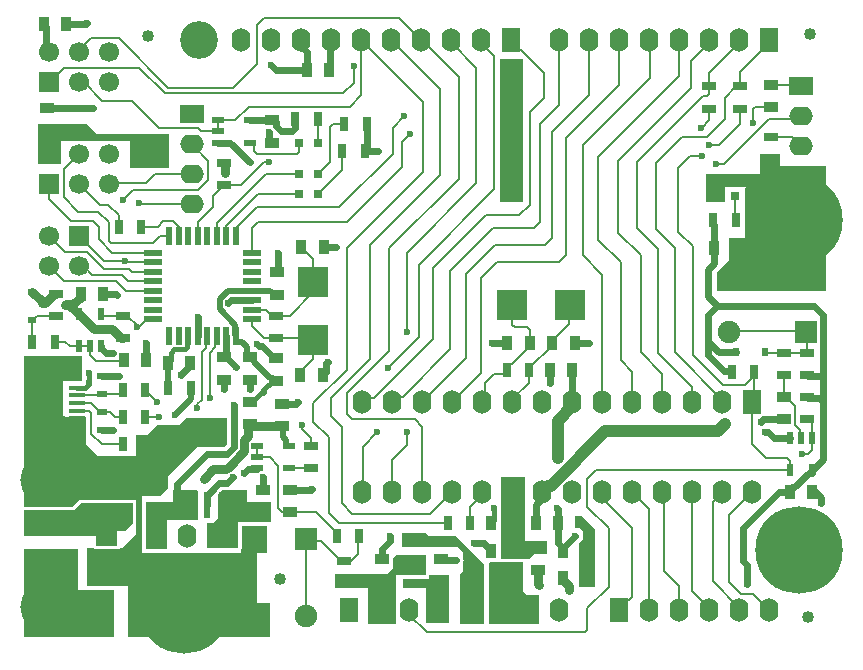
<source format=gtl>
G04*
G04 #@! TF.GenerationSoftware,Altium Limited,Altium Designer,20.0.7 (75)*
G04*
G04 Layer_Physical_Order=1*
G04 Layer_Color=255*
%FSLAX44Y44*%
%MOMM*%
G71*
G01*
G75*
%ADD10C,0.2000*%
%ADD11C,0.5000*%
%ADD12C,0.4000*%
%ADD17R,0.9000X0.6000*%
%ADD18R,1.3000X0.7000*%
%ADD19R,0.7000X1.3000*%
%ADD20R,0.8000X0.8000*%
%ADD21R,1.0000X0.5500*%
%ADD22R,0.5500X1.0000*%
%ADD23R,2.6000X2.5000*%
%ADD24R,2.5000X2.6000*%
%ADD25R,0.6858X0.5588*%
%ADD26R,0.5588X0.6858*%
%ADD27R,1.3000X0.9000*%
%ADD28R,0.9000X1.3000*%
%ADD29R,1.3500X0.4000*%
%ADD30R,1.4000X1.6000*%
%ADD31R,1.9000X1.9000*%
%ADD32R,0.6000X2.2000*%
%ADD33R,3.5000X2.2000*%
%ADD34R,1.6000X3.0000*%
%ADD35R,2.7000X2.0000*%
%ADD36R,1.5500X0.5500*%
%ADD37R,0.5500X1.5500*%
%ADD65C,1.9000*%
%ADD66R,1.9000X1.9000*%
%ADD73C,1.0160*%
%ADD74C,0.6000*%
%ADD75C,0.8000*%
%ADD76C,1.0000*%
%ADD77O,1.6000X2.0000*%
%ADD78R,1.6000X2.0000*%
%ADD79C,4.0000*%
%ADD80C,1.7000*%
%ADD81R,1.7000X1.7000*%
%ADD82C,3.2000*%
%ADD83C,7.4000*%
%ADD84O,2.0000X1.6000*%
%ADD85R,2.0000X1.6000*%
G04:AMPARAMS|DCode=86|XSize=2mm|YSize=1.2mm|CornerRadius=0.36mm|HoleSize=0mm|Usage=FLASHONLY|Rotation=0.000|XOffset=0mm|YOffset=0mm|HoleType=Round|Shape=RoundedRectangle|*
%AMROUNDEDRECTD86*
21,1,2.0000,0.4800,0,0,0.0*
21,1,1.2800,1.2000,0,0,0.0*
1,1,0.7200,0.6400,-0.2400*
1,1,0.7200,-0.6400,-0.2400*
1,1,0.7200,-0.6400,0.2400*
1,1,0.7200,0.6400,0.2400*
%
%ADD86ROUNDEDRECTD86*%
%ADD87C,0.6000*%
G36*
X65000Y429000D02*
X127000Y429000D01*
X127000Y400000D01*
X94000Y400000D01*
Y423000D01*
X76802D01*
X76200Y423079D01*
X75598Y423000D01*
X51402Y423000D01*
X50800Y423079D01*
X50198Y423000D01*
X35000D01*
Y403000D01*
X16000D01*
Y437000D01*
X57000D01*
X65000Y429000D01*
D02*
G37*
G36*
X644000Y402000D02*
X683000D01*
Y296000D01*
X591060Y296000D01*
Y312060D01*
X601000Y322000D01*
X601000Y341000D01*
X614000D01*
Y383000D01*
X615000Y384000D01*
X597000D01*
Y371000D01*
X581898D01*
X581000Y371898D01*
X581000Y395000D01*
X627000Y395000D01*
Y412000D01*
X644000D01*
Y402000D01*
D02*
G37*
G36*
X426000Y371000D02*
X407000D01*
Y492000D01*
X426000D01*
Y371000D01*
D02*
G37*
G36*
X53000Y241000D02*
X53000Y226591D01*
X52882Y226000D01*
X53000Y225409D01*
Y220000D01*
X37000Y220000D01*
X37000Y190000D01*
X38995D01*
Y189500D01*
X56000D01*
Y166255D01*
X66255Y156000D01*
X99000Y156000D01*
Y174000D01*
X108660D01*
X116660Y182000D01*
X135000D01*
X141000Y188000D01*
X175882D01*
Y175856D01*
X175848Y175804D01*
X175382Y173463D01*
Y166463D01*
X173037Y164118D01*
X159000D01*
X158409Y164000D01*
X151000D01*
X126000Y139000D01*
X126000Y129000D01*
X119000Y122000D01*
X104000Y122000D01*
Y117295D01*
X103941Y117000D01*
X103941Y77000D01*
X104000Y76704D01*
Y74000D01*
X106705D01*
X107000Y73941D01*
X125000D01*
X125295Y74000D01*
X188000Y74000D01*
Y77705D01*
X188059Y78000D01*
Y96941D01*
X210000Y96941D01*
Y74000D01*
X201000D01*
Y32000D01*
X212000D01*
Y3000D01*
X92000D01*
X92000Y46000D01*
X80295D01*
X80000Y46059D01*
X57000D01*
X57000Y78000D01*
X62728D01*
X62837Y77837D01*
X63000Y77728D01*
Y77500D01*
X63342D01*
X63829Y77174D01*
X65000Y76941D01*
X83000D01*
X84171Y77174D01*
X84658Y77500D01*
X85000D01*
Y77728D01*
X85163Y77837D01*
X85272Y78000D01*
X87000D01*
X99000Y90000D01*
X99000Y98705D01*
X99059Y99000D01*
X99059Y99000D01*
Y116000D01*
X99000Y116295D01*
Y119000D01*
X96296Y119000D01*
X96000Y119059D01*
X52000D01*
X52000Y119059D01*
X51703Y119000D01*
X51000D01*
X50819Y118819D01*
X49837Y118163D01*
X49837Y118163D01*
X44733Y113059D01*
X4000D01*
X4000Y114329D01*
X4000Y241000D01*
X53000Y241000D01*
D02*
G37*
G36*
X96000Y99000D02*
X90000Y93000D01*
X83000D01*
Y80000D01*
X65000D01*
Y88000D01*
X4000D01*
Y110000D01*
X46000D01*
X52000Y116000D01*
X96000D01*
Y99000D01*
D02*
G37*
G36*
X193000Y127000D02*
Y117000D01*
X213000D01*
Y100000D01*
X185000Y100000D01*
Y78000D01*
X159000Y78000D01*
Y99000D01*
X164000D01*
X168000Y103000D01*
Y123349D01*
X168026Y123374D01*
X168773Y124493D01*
X171199Y126918D01*
X176035D01*
X176449Y127000D01*
X187000Y127001D01*
X193000Y127000D01*
D02*
G37*
G36*
X151000Y126102D02*
Y102000D01*
X125000D01*
X125000Y77000D01*
X107000D01*
X107000Y117000D01*
X130000D01*
Y127000D01*
X150102Y127000D01*
X151000Y126102D01*
D02*
G37*
G36*
X428000Y91000D02*
Y84000D01*
X447000D01*
Y73898D01*
X446102Y73000D01*
X436000Y73000D01*
X432000Y69000D01*
X426296Y69000D01*
X426000Y69059D01*
X421295Y69059D01*
X421000Y69117D01*
X420705Y69059D01*
X413295Y69059D01*
X413000Y69117D01*
X412705Y69059D01*
X408000Y69059D01*
Y111409D01*
X408117Y112000D01*
X408000Y112591D01*
Y138000D01*
X428000D01*
Y91000D01*
D02*
G37*
G36*
X487000Y94000D02*
Y45898D01*
X486102Y45000D01*
X474000Y45000D01*
X474000Y80809D01*
X474000Y82000D01*
Y82000D01*
X474000Y82000D01*
X477000Y85000D01*
Y93000D01*
X475000Y95000D01*
X474000D01*
X470898Y95000D01*
X470000Y95898D01*
X470000Y105000D01*
X476000Y105000D01*
X487000Y94000D01*
D02*
G37*
G36*
X364000Y15000D02*
X344000D01*
Y44000D01*
X325000D01*
Y52000D01*
X347000D01*
Y55000D01*
X364000D01*
Y15000D01*
D02*
G37*
G36*
X426000Y66000D02*
X426000Y42000D01*
X430000Y38000D01*
X440000Y38000D01*
X440000Y14898D01*
X439102Y14000D01*
X398000D01*
X398000Y65102D01*
X398898Y66000D01*
X426000Y66000D01*
D02*
G37*
G36*
X347000Y88000D02*
X370000Y88000D01*
X393000Y65000D01*
Y14000D01*
X373000D01*
Y56000D01*
X376000Y59000D01*
Y67409D01*
X376118Y68000D01*
X376000Y68591D01*
Y74000D01*
X371000Y79000D01*
X324000D01*
Y91000D01*
X344000D01*
X347000Y88000D01*
D02*
G37*
G36*
X344000Y55296D02*
X343953Y55059D01*
X325000D01*
X324705Y55000D01*
X319000D01*
Y14000D01*
X295000D01*
Y15000D01*
Y44000D01*
X267000D01*
Y56000D01*
X311000D01*
X316000Y61000D01*
X316500D01*
Y69500D01*
X319000Y72000D01*
X344000D01*
Y55296D01*
D02*
G37*
G36*
X50000Y43000D02*
X80000D01*
Y3000D01*
X4000D01*
Y77000D01*
X50000D01*
Y43000D01*
D02*
G37*
D10*
X570000Y242000D02*
X596000Y216000D01*
X558000Y346000D02*
X570000Y334000D01*
Y242000D02*
Y334000D01*
X666000Y262000D02*
X667000Y261000D01*
X601000Y262000D02*
X666000D01*
X671500Y161500D02*
Y185000D01*
X667988Y157988D02*
X671500Y161500D01*
X669500Y187000D02*
X671500Y185000D01*
X662686Y157988D02*
X667988D01*
X667000Y187000D02*
X669500D01*
X601000Y106000D02*
X620650Y125650D01*
Y125730D01*
X431500Y217980D02*
Y232000D01*
X451000Y250000D02*
Y254000D01*
X465257Y282757D02*
X466500Y284000D01*
X465257Y268257D02*
Y282757D01*
X249000Y238000D02*
Y254500D01*
Y295000D02*
Y303500D01*
Y322500D01*
X229000Y275000D02*
X249000Y295000D01*
X238000Y227000D02*
X249000Y238000D01*
X247500Y256000D02*
X249000Y254500D01*
X217000Y256000D02*
X247500D01*
X207000D02*
X217000D01*
X454000Y257000D02*
X465257Y268257D01*
X419257Y265000D02*
X430000D01*
X417500Y266757D02*
X419257Y265000D01*
X417500Y266757D02*
Y284000D01*
X430000Y265000D02*
X432000Y263000D01*
X647000Y243500D02*
X667000D01*
X444000Y459000D02*
Y480560D01*
X416560Y506000D02*
X423060Y499500D01*
X425060D02*
X444000Y480560D01*
X181000Y468000D02*
X201000Y488000D01*
X168500Y431000D02*
Y440500D01*
X621000Y449743D02*
X622757Y451500D01*
X649000Y206000D02*
X657000Y198000D01*
X647000Y206000D02*
X649000D01*
X657000Y182050D02*
Y198000D01*
X197000Y266000D02*
X207000Y256000D01*
X197000Y266000D02*
Y272000D01*
X219000Y112000D02*
X222500Y108500D01*
X251000D01*
X219000Y112000D02*
Y148000D01*
X243000Y21000D02*
Y86000D01*
X255243Y84257D02*
X270000Y69500D01*
Y69500D02*
Y69500D01*
X244743Y84257D02*
X255243D01*
X270000Y69500D02*
X272000Y67500D01*
X243000Y86000D02*
X244743Y84257D01*
X287000Y73330D02*
Y87500D01*
X272000Y67500D02*
X281171D01*
X287000Y73330D01*
Y87500D02*
X287500Y88000D01*
X70000Y208500D02*
X85500D01*
X87500Y210500D01*
Y212000D01*
X48745Y207500D02*
X48745Y207500D01*
X69000D01*
X70000Y208500D01*
X69550Y166000D02*
X87500D01*
X61000Y174550D02*
Y192743D01*
X59243Y194500D02*
X61000Y192743D01*
X48745Y194500D02*
X59243D01*
X61000Y174550D02*
X69550Y166000D01*
X423060Y499500D02*
X425060D01*
X432000Y447000D02*
X444000Y459000D01*
X432000Y369000D02*
Y447000D01*
X416560Y506000D02*
Y508000D01*
X409257Y225757D02*
X412500Y229000D01*
X432000Y252000D02*
Y263000D01*
X394079Y218079D02*
X401757Y225757D01*
X392050Y201930D02*
X394079Y203959D01*
X401757Y225757D02*
X409257D01*
X429000Y249000D02*
X432000Y252000D01*
X412500Y232000D02*
X414500Y234000D01*
X417500D02*
X429000Y245500D01*
X412500Y229000D02*
Y232000D01*
X414500Y234000D02*
X417500D01*
X429000Y245500D02*
Y249000D01*
X394079Y203959D02*
Y218079D01*
X451000Y254000D02*
X454000Y257000D01*
X454000D01*
X435000Y234000D02*
X448000Y247000D01*
X448000D02*
X451000Y250000D01*
X448000Y247000D02*
X448000D01*
X431500Y232000D02*
X433500Y234000D01*
X435000D01*
X417450Y203930D02*
X431500Y217980D01*
X417450Y201930D02*
Y203930D01*
X328000Y165028D02*
Y176000D01*
X315850Y152878D02*
X328000Y165028D01*
X264000Y190000D02*
Y205000D01*
X297000Y238000D01*
X264000Y190000D02*
X273000Y181000D01*
X249000Y185000D02*
Y201050D01*
X277000Y229050D01*
X262000Y108000D02*
Y172000D01*
X249000Y185000D02*
X262000Y172000D01*
X273000Y116000D02*
Y181000D01*
Y116000D02*
X282000Y107000D01*
X356000Y394000D02*
Y467000D01*
X271000Y99000D02*
X362500D01*
X262000Y108000D02*
X271000Y99000D01*
X277000Y192000D02*
X282000Y187000D01*
X313000Y332000D02*
X372000Y391000D01*
X277000Y192000D02*
Y209000D01*
X297000Y238000D02*
Y335000D01*
X356000Y394000D01*
X277000Y229050D02*
Y332000D01*
X341500Y396500D01*
X313000Y245000D02*
Y332000D01*
X372000Y391000D02*
Y477000D01*
X387000Y387000D02*
Y485000D01*
X328000Y328000D02*
X387000Y387000D01*
X328000Y261000D02*
Y328000D01*
X314960Y508000D02*
X315000D01*
X356000Y467000D01*
X282000Y187000D02*
X335000D01*
X347920Y107000D02*
X366650Y125730D01*
X277000Y209000D02*
X313000Y245000D01*
X312000Y231000D02*
X338000Y257000D01*
X402000Y382000D02*
Y495160D01*
X341000Y508000D02*
X372000Y477000D01*
X340360Y508000D02*
X341000D01*
X395000Y360000D02*
X423000D01*
X432000Y369000D01*
X350000Y315000D02*
X395000Y360000D01*
X365760Y506240D02*
X387000Y485000D01*
X338000Y318000D02*
X402000Y382000D01*
X338000Y257000D02*
Y318000D01*
X365760Y506240D02*
Y508000D01*
X350000Y255000D02*
Y315000D01*
X391160Y506000D02*
Y508000D01*
Y506000D02*
X402000Y495160D01*
X300529Y205529D02*
X350000Y255000D01*
X290450Y201930D02*
X294049Y205529D01*
X436000Y349000D02*
X441000Y354000D01*
Y437000D01*
X365000Y313000D02*
X401000Y349000D01*
X378037Y238717D02*
Y310037D01*
X403000Y335000D01*
X451000Y341000D02*
Y430000D01*
X401000Y349000D02*
X436000D01*
X365000Y247000D02*
Y313000D01*
X324417Y206417D02*
X365000Y247000D01*
X320337Y206417D02*
X324417D01*
X315850Y201930D02*
X320337Y206417D01*
X445000Y335000D02*
X451000Y341000D01*
X341250Y201930D02*
X378037Y238717D01*
X391000Y226280D02*
Y307000D01*
X366650Y201930D02*
X391000Y226280D01*
X457200Y453200D02*
Y508000D01*
X451000Y430000D02*
X482600Y461600D01*
Y508000D01*
X403000Y335000D02*
X445000D01*
X202071Y354000D02*
X277000D01*
X316000Y412000D02*
Y434000D01*
X271000Y367000D02*
X316000Y412000D01*
Y434000D02*
X326000Y444000D01*
X324000Y422000D02*
X331000Y429000D01*
X324000Y401000D02*
Y422000D01*
X289560Y508000D02*
X341500Y456060D01*
X50800Y472440D02*
X54560D01*
X153863Y431000D02*
X168500D01*
X54560Y472440D02*
X70000Y457000D01*
X150863Y434000D02*
X153863Y431000D01*
X70000Y457000D02*
X95000D01*
X118000Y434000D02*
X150863D01*
X95000Y457000D02*
X118000Y434000D01*
X341500Y396500D02*
Y456060D01*
X238000Y225000D02*
Y227000D01*
X239574Y178877D02*
Y181426D01*
Y178877D02*
X247000Y171451D01*
Y164500D02*
Y171451D01*
X622000Y224000D02*
Y227000D01*
Y203280D02*
Y224000D01*
X620650Y201930D02*
X622000Y203280D01*
X614000Y216000D02*
X622000Y224000D01*
X596000Y216000D02*
X614000D01*
X620650Y166350D02*
Y201930D01*
X584000Y469000D02*
Y480400D01*
Y462757D02*
Y469000D01*
X579000Y461000D02*
X582243D01*
X584000Y462757D01*
X523000Y349000D02*
Y405000D01*
X558000Y400000D02*
X568000Y410000D01*
X578000D01*
X558000Y346000D02*
Y400000D01*
X584000Y419000D02*
X592000D01*
X584000Y440393D02*
Y450000D01*
X577607Y434000D02*
X584000Y440393D01*
X577000Y434000D02*
X577607D01*
X582000Y426000D02*
X597000Y441000D01*
X561000Y426000D02*
X582000D01*
X597000Y441000D02*
Y459000D01*
X607000Y469000D02*
X610000D01*
X597000Y459000D02*
X607000Y469000D01*
X610000D02*
Y481000D01*
X635000Y506000D01*
Y508000D01*
X584000Y480400D02*
X609600Y506000D01*
X569327Y202453D02*
Y214673D01*
X609600Y506000D02*
Y508000D01*
X555000Y244000D02*
Y332000D01*
X539000Y348000D02*
X555000Y332000D01*
X539000Y404000D02*
X561000Y426000D01*
X569327Y202453D02*
X569850Y201930D01*
X541000Y243000D02*
Y331000D01*
Y243000D02*
X569327Y214673D01*
X526000Y244000D02*
Y326000D01*
Y244000D02*
X544450Y225550D01*
Y201930D02*
Y225550D01*
X507000Y406000D02*
X568706Y467706D01*
X507000Y345000D02*
X526000Y326000D01*
X568706Y467706D02*
Y490506D01*
X509000Y237000D02*
X519050Y226950D01*
Y201930D02*
Y226950D01*
X490000Y339000D02*
X509000Y320000D01*
Y237000D02*
Y320000D01*
X490000Y339000D02*
Y409000D01*
X558800Y477800D02*
Y508000D01*
X441000Y437000D02*
X457200Y453200D01*
X477000Y326000D02*
X493650Y309350D01*
X533908Y475908D02*
Y507492D01*
X493650Y201930D02*
Y309350D01*
X477000Y419000D02*
X533908Y475908D01*
X463000Y326000D02*
Y425000D01*
X621500Y38900D02*
X635000Y25400D01*
X611100Y38900D02*
X621500D01*
X667000Y243500D02*
Y261000D01*
X631500Y243500D02*
X647000D01*
X631000Y244000D02*
X631500Y243500D01*
X647000Y206000D02*
Y224500D01*
X660750Y172250D02*
X662000Y171000D01*
X660750Y172250D02*
Y178300D01*
X657000Y182050D02*
X660750Y178300D01*
X197000Y280000D02*
X209000D01*
X214000Y275000D01*
X601000Y49000D02*
Y106000D01*
Y49000D02*
X611100Y38900D01*
X587000Y50000D02*
Y116788D01*
X595250Y125038D01*
X587000Y50000D02*
X609600Y27400D01*
Y25400D02*
Y27400D01*
X595250Y125038D02*
Y125730D01*
X569850Y41750D02*
Y125730D01*
Y41750D02*
X584200Y27400D01*
Y25400D02*
Y27400D01*
X558800Y25400D02*
Y46200D01*
X632250Y154750D02*
X649670D01*
X652500Y151920D01*
Y144000D02*
Y151920D01*
X620650Y166350D02*
X632250Y154750D01*
X488021Y144000D02*
X652500D01*
X533400Y26883D02*
Y111085D01*
X546000Y59000D02*
X558800Y46200D01*
X546000Y59000D02*
Y124180D01*
X519050Y125435D02*
X533400Y111085D01*
X519050Y125435D02*
Y125730D01*
X493650Y120850D02*
X519000Y95500D01*
Y36400D02*
Y95500D01*
X508000Y25400D02*
Y27400D01*
X514500Y33900D02*
X516500D01*
X519000Y36400D01*
X508000Y27400D02*
X514500Y33900D01*
X493650Y120850D02*
Y125730D01*
X481000Y113000D02*
X499000Y95000D01*
X481000Y113000D02*
Y136979D01*
X488021Y144000D01*
X481000Y27000D02*
X499000Y45000D01*
Y95000D01*
X11000Y270808D02*
X11635D01*
X15327Y274500D01*
X11000Y253000D02*
Y270808D01*
X15327Y274500D02*
X31000D01*
X50800Y386080D02*
X67880Y369000D01*
X84000Y350000D02*
Y360000D01*
X67880Y369000D02*
X75000D01*
X84000Y360000D01*
X50800Y386080D02*
X50800D01*
X95000Y312000D02*
X113000D01*
X89000Y321000D02*
X89812D01*
X92500Y314500D02*
X95000Y312000D01*
X71229Y314500D02*
X92500D01*
X57129Y328600D02*
X71229Y314500D01*
X86500Y309500D02*
X92000Y304000D01*
X61500Y309500D02*
X86500D01*
X54400Y316600D02*
X61500Y309500D01*
X82000Y304000D02*
X90000Y296000D01*
X38000Y304000D02*
X82000D01*
X78686Y328000D02*
X113000D01*
X67000Y339686D02*
Y350000D01*
X38800Y328600D02*
X57129D01*
X77757Y336000D02*
X113000D01*
X76000Y337757D02*
X77757Y336000D01*
X76000Y337757D02*
Y353809D01*
X113000Y336000D02*
X119000Y342000D01*
X127000D01*
X127000Y342000D01*
X62000Y355000D02*
X67000Y350000D01*
X92000Y304000D02*
X113000D01*
X90000Y296000D02*
X113000D01*
X25400Y316600D02*
X38000Y304000D01*
X90812Y320000D02*
X113000D01*
X89812Y321000D02*
X90812Y320000D01*
X71800Y321000D02*
X89812D01*
X117000Y350000D02*
X122000Y355000D01*
X44000D02*
X62000D01*
X173000Y385500D02*
X187500D01*
X210697Y404697D02*
X211000Y405000D01*
X167000Y342000D02*
Y353000D01*
X175000Y342000D02*
Y351000D01*
X202000Y378000D02*
X237000D01*
X175000Y351000D02*
X202000Y378000D01*
X164000Y367000D02*
Y376500D01*
X151000Y354000D02*
X164000Y367000D01*
X183000Y342000D02*
Y349000D01*
X201000Y367000D02*
X271000D01*
X209000Y395000D02*
X237000D01*
X167000Y353000D02*
X209000Y395000D01*
X187500Y385500D02*
X206697Y404697D01*
X210697D01*
X151000Y342000D02*
Y354000D01*
X164000Y376500D02*
X173000Y385500D01*
X183000Y349000D02*
X201000Y367000D01*
X263000Y434340D02*
X265660Y437000D01*
X263000Y405000D02*
Y434340D01*
X265660Y437000D02*
X275000D01*
X253000Y395000D02*
X263000Y405000D01*
X253000Y378000D02*
X273500Y398500D01*
Y414000D01*
X289560Y461560D02*
Y508000D01*
X279879Y451879D02*
X289560Y461560D01*
X194179Y451879D02*
X279879D01*
X168500Y440500D02*
X182800D01*
X194179Y451879D01*
X207000Y527000D02*
X321360D01*
X126000Y468000D02*
X181000D01*
X201000Y488000D02*
Y521000D01*
X201500Y155000D02*
Y164500D01*
Y155000D02*
X212000D01*
X123000Y463000D02*
X274000D01*
X283000Y472000D02*
Y486000D01*
X274000Y463000D02*
X283000Y472000D01*
X592000Y419000D02*
X610000Y437000D01*
X539000Y348000D02*
Y404000D01*
X610000Y437000D02*
Y450000D01*
X277000Y354000D02*
X324000Y401000D01*
X50800Y499800D02*
X61000Y510000D01*
X197000Y328000D02*
Y348929D01*
X621000Y438000D02*
Y449743D01*
X596192Y403000D02*
X634692Y441500D01*
X590000Y403000D02*
X596192D01*
X634692Y441500D02*
X659900D01*
X622757Y451500D02*
X636000D01*
X64692Y236500D02*
X88000D01*
X60000Y241192D02*
X64692Y236500D01*
X88000D02*
X88500Y237000D01*
X108000Y272000D02*
X113000D01*
X101574Y265574D02*
X108000Y272000D01*
X100574Y265574D02*
X101574D01*
X100000Y265000D02*
X100574Y265574D01*
X88000Y275000D02*
X91000D01*
X99426Y266574D01*
Y265574D02*
Y266574D01*
Y265574D02*
X100000Y265000D01*
X69500Y276000D02*
X70500Y275000D01*
X88000D01*
X60000Y241192D02*
Y249000D01*
X25400Y373600D02*
X44000Y355000D01*
X50000Y363000D02*
X66809D01*
X38000Y398680D02*
X50800Y411480D01*
X67000Y339686D02*
X78686Y328000D01*
X61000Y510000D02*
X84000D01*
X50800Y497840D02*
Y499800D01*
X84000Y510000D02*
X126000Y468000D01*
X161000Y205000D02*
Y243450D01*
X154500Y203722D02*
Y244021D01*
X214000Y275000D02*
X229000D01*
X197000Y280000D02*
X197000Y280000D01*
X238500Y333000D02*
X249000Y322500D01*
X199000Y414000D02*
X201000Y412000D01*
X199000Y414000D02*
Y420250D01*
X201000Y412000D02*
X235243D01*
X237000Y413757D01*
X197750Y421500D02*
X199000Y420250D01*
X116340Y201840D02*
Y202160D01*
X106500Y212000D02*
X116340Y202160D01*
X150574Y199796D02*
X154500Y203722D01*
X157750Y247271D02*
Y256750D01*
X150574Y197574D02*
Y199796D01*
X154500Y244021D02*
X157750Y247271D01*
X66809Y363000D02*
X76000Y353809D01*
X50800Y316600D02*
X54400D01*
X25400Y373600D02*
Y386080D01*
X50800Y342000D02*
X71800Y321000D01*
X77120Y387000D02*
X107000D01*
X76200Y386080D02*
X77120Y387000D01*
X115200Y395200D02*
X146000D01*
X88000Y373000D02*
X96300Y381300D01*
X107000Y387000D02*
X115200Y395200D01*
X96300Y381300D02*
X151300D01*
X160000Y390000D01*
Y406000D01*
X146000Y420000D02*
Y420600D01*
Y420000D02*
X160000Y406000D01*
X101200Y369800D02*
X146000D01*
X101000Y370000D02*
X101200Y369800D01*
X290513Y163513D02*
X303000Y176000D01*
X290513Y125793D02*
Y163513D01*
X335000Y187000D02*
X341250Y180750D01*
X294049Y205529D02*
X300529D01*
X341250Y125730D02*
Y180750D01*
X228500Y145500D02*
X247000D01*
X212000Y155000D02*
X219000Y148000D01*
X251000Y108500D02*
X268500Y91000D01*
Y88000D02*
Y91000D01*
X392050Y123730D02*
Y125730D01*
X381500Y113180D02*
X392050Y123730D01*
X381500Y99000D02*
Y113180D01*
X161000Y243450D02*
X165750Y248200D01*
X150000Y197000D02*
X150574Y197574D01*
X165750Y256750D02*
X167000Y258000D01*
X165750Y248200D02*
Y256750D01*
X157750D02*
X159000Y258000D01*
X106500Y189000D02*
X118000D01*
X81000D02*
X87500D01*
X77000Y193000D02*
X81000Y189000D01*
X68500Y193000D02*
X77000D01*
X60500Y201000D02*
X68500Y193000D01*
X48745Y201000D02*
X60500D01*
X48745Y201000D02*
X48745Y201000D01*
X30000Y253000D02*
X39000D01*
X43000Y249000D01*
X50500D01*
X60000D01*
X197000Y348929D02*
X202071Y354000D01*
X252500Y441000D02*
X252750Y440750D01*
Y421250D02*
Y440750D01*
Y421250D02*
X253000Y421000D01*
X237000Y413757D02*
Y421000D01*
X195500Y421500D02*
X197750D01*
X113000Y328000D02*
X113000Y328000D01*
X25400Y342000D02*
X38800Y328600D01*
X38000Y375000D02*
X50000Y363000D01*
X103000Y350000D02*
X117000D01*
X135000Y342000D02*
Y350000D01*
X122000Y355000D02*
X130000D01*
X135000Y350000D01*
X38000Y375000D02*
Y398680D01*
X25400Y472440D02*
X37960Y485000D01*
X101000D02*
X123000Y463000D01*
X37960Y485000D02*
X101000D01*
X201000Y521000D02*
X207000Y527000D01*
X321360D02*
X340360Y508000D01*
X606000Y376000D02*
X606250Y375750D01*
Y356250D02*
Y375750D01*
Y356250D02*
X606500Y356000D01*
X636000Y426000D02*
X654200D01*
X662000Y418200D01*
Y418200D02*
Y418200D01*
X636000Y470500D02*
X660500D01*
X662000Y469000D01*
X555000Y244000D02*
X595250Y203750D01*
Y201930D02*
Y203750D01*
X345000Y7000D02*
X479243D01*
X481000Y8757D01*
Y27000D01*
X330200Y21800D02*
Y25400D01*
Y21800D02*
X345000Y7000D01*
X659900Y441500D02*
X662000Y443600D01*
X523000Y405000D02*
X579000Y461000D01*
X523000Y349000D02*
X541000Y331000D01*
X391000Y307000D02*
X404000Y320000D01*
X457000D02*
X463000Y326000D01*
X404000Y320000D02*
X457000D01*
X315850Y125730D02*
Y152878D01*
X290450Y125730D02*
X290513Y125793D01*
X282000Y107000D02*
X347920D01*
X544450Y125730D02*
X546000Y124180D01*
X508000Y470000D02*
Y508000D01*
X463000Y425000D02*
X508000Y470000D01*
X477000Y326000D02*
Y419000D01*
X507000Y345000D02*
Y406000D01*
X568706Y490506D02*
X584200Y506000D01*
X490000Y409000D02*
X558800Y477800D01*
X584200Y506000D02*
Y508000D01*
X533400D02*
X533908Y507492D01*
D11*
X195000Y239500D02*
X197000D01*
X199000Y235500D02*
Y237500D01*
Y235500D02*
X212500Y222000D01*
X194447Y239500D02*
X195000D01*
X192447Y241500D02*
X194447Y239500D01*
X169500Y289107D02*
X176393Y296000D01*
X183000Y253000D02*
X183250Y252750D01*
X169500Y280364D02*
Y289107D01*
X215000Y222000D02*
X217000Y220000D01*
X197000Y239500D02*
X199000Y237500D01*
X183250Y252750D02*
X188250D01*
X176393Y296000D02*
X197000D01*
X169500Y280364D02*
X182750Y267114D01*
X183000Y253000D02*
Y258000D01*
X212500Y222000D02*
X215000D01*
X182750Y258250D02*
X183250Y257750D01*
X188250Y252750D02*
X192447Y248553D01*
Y241500D02*
Y248553D01*
X182750Y258250D02*
Y267114D01*
X197000Y296000D02*
X212500D01*
X216000Y292500D01*
X218000D01*
X125500Y214500D02*
Y235000D01*
Y214500D02*
X126000Y214000D01*
X226250Y164500D02*
X228500D01*
X222000Y181500D02*
X223071Y180429D01*
X226000Y164750D02*
Y169500D01*
X223071Y172429D02*
X226000Y169500D01*
Y164750D02*
X226250Y164500D01*
X223071Y172429D02*
Y180429D01*
X145000Y204500D02*
Y214000D01*
X131500Y191000D02*
X145000Y204500D01*
D12*
X128000Y243000D02*
X131250Y246250D01*
X139907D01*
X142250Y248593D02*
Y257250D01*
X128000Y237500D02*
Y243000D01*
X139907Y246250D02*
X142250Y248593D01*
Y257250D02*
X143000Y258000D01*
X125500Y235000D02*
X128000Y237500D01*
X59000Y218000D02*
Y226000D01*
X55657Y214000D02*
X58617Y216961D01*
X48745Y214000D02*
X55657D01*
X58617Y216961D02*
Y217617D01*
X59000Y218000D01*
X399000Y99000D02*
X401500Y101500D01*
Y110959D01*
X402000Y111459D01*
Y112000D01*
X195000Y202000D02*
X197000D01*
X204617Y209617D01*
X206617D01*
X207000Y210000D01*
X207383Y212383D02*
X215000Y220000D01*
X207383Y210383D02*
Y212383D01*
X207000Y210000D02*
X207383Y210383D01*
D17*
X70000Y223500D02*
D03*
Y208500D02*
D03*
Y178000D02*
D03*
Y193000D02*
D03*
D18*
X173000Y385500D02*
D03*
Y404500D02*
D03*
X88000Y256000D02*
D03*
Y275000D02*
D03*
X217000Y256000D02*
D03*
Y275000D02*
D03*
X584000Y469000D02*
D03*
Y450000D02*
D03*
X610000D02*
D03*
Y469000D02*
D03*
X636000Y426000D02*
D03*
Y407000D02*
D03*
X667000Y206000D02*
D03*
Y187000D02*
D03*
X31000Y274500D02*
D03*
Y293500D02*
D03*
X275000Y48500D02*
D03*
Y67500D02*
D03*
X247000Y164500D02*
D03*
Y145500D02*
D03*
X647000Y243500D02*
D03*
Y224500D02*
D03*
X331978Y67614D02*
D03*
Y86614D02*
D03*
X332000Y67500D02*
D03*
Y48500D02*
D03*
X667000Y224500D02*
D03*
Y243500D02*
D03*
D19*
X294000Y437000D02*
D03*
X275000D02*
D03*
X273500Y414000D02*
D03*
X292500D02*
D03*
X103000Y350000D02*
D03*
X84000D02*
D03*
X106500Y212000D02*
D03*
X87500D02*
D03*
Y189000D02*
D03*
X106500D02*
D03*
X87500Y166000D02*
D03*
X106500D02*
D03*
X381500Y99000D02*
D03*
X362500D02*
D03*
X603000Y227000D02*
D03*
X622000D02*
D03*
X252500Y441000D02*
D03*
X233500D02*
D03*
X412500Y229000D02*
D03*
X431500D02*
D03*
X606500Y356000D02*
D03*
X587500D02*
D03*
X30000Y253000D02*
D03*
X11000D02*
D03*
X268500Y88000D02*
D03*
X287500D02*
D03*
X126000Y214000D02*
D03*
X145000D02*
D03*
D20*
X606000Y376000D02*
D03*
X590000D02*
D03*
X253000Y421000D02*
D03*
X237000D02*
D03*
X253000Y395000D02*
D03*
X237000D02*
D03*
X253000Y378000D02*
D03*
X237000D02*
D03*
D21*
X195500Y421500D02*
D03*
Y440500D02*
D03*
X168500Y421500D02*
D03*
Y431000D02*
D03*
Y440500D02*
D03*
X228500Y145500D02*
D03*
Y164500D02*
D03*
X201500Y145500D02*
D03*
Y155000D02*
D03*
Y164500D02*
D03*
D22*
X69500Y276000D02*
D03*
X50500D02*
D03*
X69500Y249000D02*
D03*
X60000D02*
D03*
X50500D02*
D03*
X652500Y144000D02*
D03*
X671500D02*
D03*
X652500Y171000D02*
D03*
X662000D02*
D03*
X671500D02*
D03*
D23*
X249000Y303500D02*
D03*
Y254500D02*
D03*
D24*
X417500Y284000D02*
D03*
X466500D02*
D03*
D25*
X11000Y270808D02*
D03*
Y295192D02*
D03*
D26*
X631000Y244000D02*
D03*
X606616D02*
D03*
D27*
X217000Y239000D02*
D03*
Y220000D02*
D03*
X195000Y220500D02*
D03*
Y239500D02*
D03*
X218000Y311500D02*
D03*
Y292500D02*
D03*
X173000Y220500D02*
D03*
Y239500D02*
D03*
X23000Y451000D02*
D03*
Y432000D02*
D03*
X636000Y470500D02*
D03*
Y451500D02*
D03*
X114000Y130500D02*
D03*
Y111500D02*
D03*
X206000Y127500D02*
D03*
Y108500D02*
D03*
X307000Y68500D02*
D03*
Y49500D02*
D03*
X357000Y68500D02*
D03*
Y49500D02*
D03*
X214000Y421500D02*
D03*
Y440500D02*
D03*
X222000Y200500D02*
D03*
Y181500D02*
D03*
X647000Y187000D02*
D03*
Y206000D02*
D03*
X229000Y127500D02*
D03*
Y108500D02*
D03*
X195000Y202000D02*
D03*
Y183000D02*
D03*
X439000Y78500D02*
D03*
Y59500D02*
D03*
D28*
X144500Y235000D02*
D03*
X125500D02*
D03*
X257500Y333000D02*
D03*
X238500D02*
D03*
X257000Y225000D02*
D03*
X238000D02*
D03*
X402500Y52000D02*
D03*
X383500D02*
D03*
X39500Y522000D02*
D03*
X20500D02*
D03*
X460000Y76000D02*
D03*
X479000D02*
D03*
X449000Y229000D02*
D03*
X468000D02*
D03*
X262500Y483000D02*
D03*
X243500D02*
D03*
X399500Y76000D02*
D03*
X418500D02*
D03*
X399000Y99000D02*
D03*
X418000D02*
D03*
X456000D02*
D03*
X437000D02*
D03*
X413000Y252000D02*
D03*
X432000D02*
D03*
X470000D02*
D03*
X451000D02*
D03*
X671500Y126000D02*
D03*
X652500D02*
D03*
X71000Y293000D02*
D03*
X52000D02*
D03*
X107500Y237000D02*
D03*
X88500D02*
D03*
X607500Y332000D02*
D03*
X588500D02*
D03*
X479000Y53000D02*
D03*
X460000D02*
D03*
D29*
X48745Y214000D02*
D03*
Y207500D02*
D03*
Y201000D02*
D03*
Y194500D02*
D03*
Y188000D02*
D03*
D30*
X46495Y233000D02*
D03*
Y169000D02*
D03*
D31*
X21995Y213000D02*
D03*
Y189000D02*
D03*
X243000Y86000D02*
D03*
D32*
X133600Y115000D02*
D03*
X146300D02*
D03*
X159000D02*
D03*
X171700D02*
D03*
X184400D02*
D03*
D33*
X159000Y177000D02*
D03*
D34*
X74000Y136500D02*
D03*
Y95500D02*
D03*
X72000Y61500D02*
D03*
Y20500D02*
D03*
D35*
X21000Y99000D02*
D03*
Y67000D02*
D03*
D36*
X197000Y272000D02*
D03*
Y280000D02*
D03*
Y288000D02*
D03*
Y296000D02*
D03*
Y304000D02*
D03*
Y312000D02*
D03*
Y320000D02*
D03*
Y328000D02*
D03*
X113000D02*
D03*
Y320000D02*
D03*
Y312000D02*
D03*
Y304000D02*
D03*
Y296000D02*
D03*
Y288000D02*
D03*
Y280000D02*
D03*
Y272000D02*
D03*
D37*
X183000Y342000D02*
D03*
X175000D02*
D03*
X167000D02*
D03*
X159000D02*
D03*
X151000D02*
D03*
X143000D02*
D03*
X135000D02*
D03*
X127000D02*
D03*
Y258000D02*
D03*
X135000D02*
D03*
X143000D02*
D03*
X151000D02*
D03*
X159000D02*
D03*
X167000D02*
D03*
X175000D02*
D03*
X183000D02*
D03*
D65*
X601000Y261000D02*
D03*
Y306000D02*
D03*
X666000D02*
D03*
X243000Y21000D02*
D03*
X198000D02*
D03*
Y86000D02*
D03*
D66*
X666000Y261000D02*
D03*
D73*
X668000Y20000D02*
D03*
X669000Y513000D02*
D03*
X109000Y512000D02*
D03*
X221000Y52000D02*
D03*
D74*
X671750Y144250D02*
Y146000D01*
X673500D01*
X671250Y143750D02*
X671750Y144250D01*
X671250Y142000D02*
Y143750D01*
X680720Y153220D02*
Y201717D01*
X668500Y142000D02*
X671250D01*
X214000Y440500D02*
X216000D01*
X195500D02*
X214000D01*
X226490Y431490D02*
X230490D01*
X221510D02*
X226490D01*
X654000Y129500D02*
X656000D01*
X582930Y252984D02*
Y275336D01*
Y241808D02*
Y252984D01*
X591914Y244000D02*
X606616D01*
X582930Y252984D02*
X591914Y244000D01*
X603000Y227000D02*
Y227338D01*
X602500Y227838D02*
X603000Y227338D01*
X596900Y227838D02*
X602500D01*
X582930Y241808D02*
X596900Y227838D01*
X582930Y275336D02*
X591058Y283464D01*
X588500Y332000D02*
Y352000D01*
X587500Y353000D02*
X588500Y352000D01*
X587500Y353000D02*
Y356000D01*
X588500Y319768D02*
Y332000D01*
X582676Y313944D02*
X588500Y319768D01*
X582676Y291846D02*
Y313944D01*
Y291846D02*
X591058Y283464D01*
X672592D02*
X680720Y275336D01*
X591058Y283464D02*
X672592D01*
X680720Y220985D02*
Y275336D01*
Y201717D02*
Y220985D01*
X667000Y224500D02*
X667500Y224000D01*
X677705D01*
X680720Y220985D01*
X667000Y206000D02*
X667500Y205500D01*
X676937D01*
X680720Y201717D01*
X673500Y146000D02*
X680720Y153220D01*
X652500Y128000D02*
X654000Y129500D01*
X652500Y126000D02*
Y128000D01*
X656000Y129500D02*
X668500Y142000D01*
X612394Y67056D02*
Y94996D01*
X643398Y126000D01*
X652500D01*
X612394Y67056D02*
X616000Y63450D01*
Y58000D02*
Y63450D01*
Y48000D02*
Y58000D01*
X23000Y451000D02*
X62000D01*
X672500Y127000D02*
X679000Y120500D01*
X193250Y145250D02*
X201500D01*
X175000Y239500D02*
X183000Y231500D01*
X219000Y312500D02*
Y328000D01*
X218000Y311500D02*
X219000Y312500D01*
X213000Y487000D02*
X217000Y483000D01*
X292500Y414000D02*
X304000D01*
X233000Y434000D02*
Y437500D01*
X230490Y431490D02*
X233000Y434000D01*
X233500Y438000D02*
Y441000D01*
X233000Y437500D02*
X233500Y438000D01*
X173500Y239500D02*
X175000D01*
Y241000D02*
Y258000D01*
X173500Y239500D02*
X175000Y241000D01*
X173000Y239500D02*
X173500D01*
X238760Y503294D02*
Y508000D01*
Y503294D02*
X243500Y498554D01*
X136500Y225000D02*
X144500Y233000D01*
Y235000D01*
X215500Y240500D02*
X217000Y239000D01*
X213500Y240500D02*
X215500D01*
X205000Y249000D02*
X213500Y240500D01*
X203000Y249000D02*
X205000D01*
X201000Y251000D02*
X203000Y249000D01*
X133600Y115000D02*
Y132600D01*
X182000Y173963D02*
Y199000D01*
X181500Y173463D02*
X182000Y173963D01*
X181500Y163929D02*
Y173463D01*
X175571Y158000D02*
X181500Y163929D01*
X159000Y158000D02*
X175571D01*
X133600Y132600D02*
X159000Y158000D01*
X69500Y247250D02*
Y249000D01*
Y247250D02*
X73750Y243000D01*
X79000D01*
X107000Y237500D02*
Y252000D01*
Y237500D02*
X107500Y237000D01*
X70000Y178000D02*
X79000D01*
X259500Y227500D02*
Y234500D01*
X257000Y225000D02*
X259500Y227500D01*
Y234500D02*
X261000Y236000D01*
X628000Y185000D02*
X630000Y187000D01*
X177000Y286000D02*
X179000Y288000D01*
X197000D01*
X679000Y116000D02*
Y120500D01*
X393500Y82000D02*
X399500Y76000D01*
X385000Y82000D02*
X393500D01*
X357500Y68000D02*
X370000D01*
X217500Y435500D02*
X221510Y431490D01*
X234500Y200500D02*
X235750Y201750D01*
X222000Y200500D02*
X234500D01*
X159000Y115000D02*
Y123000D01*
X163700Y127700D01*
Y128071D02*
X168664Y133035D01*
X176035D01*
X181000Y138000D01*
X163700Y127700D02*
Y128071D01*
X190000Y142000D02*
X193250Y145250D01*
X217000Y483000D02*
X243500D01*
X211000Y424500D02*
X214000Y421500D01*
X211000Y424500D02*
Y430000D01*
X168500Y421500D02*
X178500D01*
X195000Y405000D02*
Y405000D01*
X314000Y84000D02*
Y88000D01*
X307000Y77000D02*
X314000Y84000D01*
X307000Y68500D02*
Y77000D01*
X62000Y451000D02*
X62250Y450750D01*
X229000Y127500D02*
X246959D01*
X247459Y128000D01*
X248000D01*
X151000Y258000D02*
Y274000D01*
X151000Y258000D02*
X151000Y258000D01*
X70000Y223500D02*
X84500D01*
X456000Y99000D02*
Y111280D01*
X455450Y111830D02*
X456000Y111280D01*
X630000Y187000D02*
X647000D01*
X71000Y293000D02*
X82000D01*
X83000Y292000D01*
X217500Y435500D02*
Y439000D01*
X460000Y78000D02*
X470000Y88000D01*
Y88000D01*
X456000Y82000D02*
Y99000D01*
Y82000D02*
X460000Y78000D01*
Y76000D02*
Y78000D01*
X449000Y218000D02*
X449000Y218000D01*
X468125Y202055D02*
Y228875D01*
X449000Y218000D02*
Y229000D01*
X56000Y522000D02*
X57000Y523000D01*
X39500Y522000D02*
X56000D01*
X470000Y252000D02*
X482000D01*
X400000D02*
X413000D01*
X173000Y212500D02*
Y220500D01*
X195000Y212500D02*
Y220500D01*
X257500Y333000D02*
X268000D01*
X263330Y507170D02*
X264160Y508000D01*
X263330Y483830D02*
Y507170D01*
X262500Y483000D02*
X263330Y483830D01*
X178500Y421500D02*
X195000Y405000D01*
X634000Y176000D02*
X639000Y171000D01*
X631000Y176000D02*
X634000D01*
X639000Y171000D02*
X652500D01*
X671500Y126000D02*
X672500Y127000D01*
X357000Y68500D02*
X357500Y68000D01*
X206000Y127500D02*
Y138000D01*
X22950Y500290D02*
X25400Y497840D01*
X22950Y500290D02*
Y519550D01*
X20500Y522000D02*
X22950Y519550D01*
X292500Y414000D02*
Y417000D01*
X294000Y418500D02*
Y437000D01*
X292500Y417000D02*
X294000Y418500D01*
X216000Y440500D02*
X217500Y439000D01*
X442850Y120483D02*
Y125730D01*
X468000Y229000D02*
X468125Y228875D01*
X113000Y91200D02*
X116200Y88000D01*
X113000Y110500D02*
X114000Y111500D01*
X243500Y483000D02*
Y498554D01*
X437000Y99000D02*
Y114633D01*
X442850Y120483D01*
D75*
X190500Y169735D02*
X193397Y172632D01*
X173000Y404500D02*
X173500D01*
X174000Y404000D01*
Y396000D02*
Y404000D01*
X190500Y160201D02*
Y169735D01*
X177299Y147000D02*
X190500Y160201D01*
X193397Y182500D02*
X193897Y183000D01*
X198500Y181500D02*
X222000D01*
X29000Y293500D02*
X31000D01*
X21500Y286000D02*
X29000Y293500D01*
X19000Y286000D02*
X21500D01*
X11000Y295192D02*
X19000Y287192D01*
Y286000D02*
Y287192D01*
X52000Y291000D02*
Y293000D01*
X45575Y284575D02*
X52000Y291000D01*
X39575Y284575D02*
X45575D01*
X39000Y284000D02*
X39575Y284575D01*
X50250Y276000D02*
X50500D01*
X42250Y284000D02*
X50250Y276000D01*
X39000Y284000D02*
X42250D01*
X86000Y256000D02*
X88000D01*
X78314Y263686D02*
X86000Y256000D01*
X63064Y263686D02*
X78314D01*
X50750Y276000D02*
X63064Y263686D01*
X50500Y276000D02*
X50750D01*
X460000Y51000D02*
X465000Y46000D01*
Y43000D02*
Y46000D01*
X460000Y51000D02*
Y53000D01*
X439235Y47765D02*
Y59265D01*
Y47765D02*
X440000Y47000D01*
X439000Y59500D02*
X439235Y59265D01*
X164000Y145000D02*
X175272D01*
X156000Y137000D02*
X164000Y145000D01*
X197000Y183000D02*
X198500Y181500D01*
X177272Y147000D02*
X177299D01*
X193397Y172632D02*
Y182500D01*
X175272Y145000D02*
X177272Y147000D01*
X193897Y183000D02*
X195000D01*
D76*
X591751Y177000D02*
X597751Y183000D01*
X449730Y130730D02*
X496000Y177000D01*
X591751D01*
X447474Y130730D02*
X449730D01*
X442850Y126106D02*
X447474Y130730D01*
X442850Y125730D02*
Y126106D01*
X456000Y154000D02*
Y186056D01*
X468125Y198181D01*
Y202055D01*
D77*
X290450Y125730D02*
D03*
X315850D02*
D03*
X341250D02*
D03*
X366650D02*
D03*
X392050D02*
D03*
X417450D02*
D03*
X442850D02*
D03*
X468250D02*
D03*
X493650D02*
D03*
X519050D02*
D03*
X544450D02*
D03*
X569850D02*
D03*
X595250D02*
D03*
X620650D02*
D03*
X290450Y201930D02*
D03*
X315850D02*
D03*
X341250D02*
D03*
X366650D02*
D03*
X392050D02*
D03*
X417450D02*
D03*
X442850D02*
D03*
X468250D02*
D03*
X493650D02*
D03*
X519050D02*
D03*
X544450D02*
D03*
X569850D02*
D03*
X595250D02*
D03*
X533400Y25400D02*
D03*
X558800D02*
D03*
X584200D02*
D03*
X609600D02*
D03*
X635000D02*
D03*
X391160Y508000D02*
D03*
X365760D02*
D03*
X340360D02*
D03*
X314960D02*
D03*
X289560D02*
D03*
X264160D02*
D03*
X238760D02*
D03*
X213360D02*
D03*
X187960D02*
D03*
X457200Y25400D02*
D03*
X431800D02*
D03*
X406400D02*
D03*
X381000D02*
D03*
X355600D02*
D03*
X330200D02*
D03*
X304800D02*
D03*
X457200Y508000D02*
D03*
X482600D02*
D03*
X508000D02*
D03*
X533400D02*
D03*
X558800D02*
D03*
X584200D02*
D03*
X609600D02*
D03*
X167000Y88000D02*
D03*
X141600D02*
D03*
D78*
X620650Y201930D02*
D03*
X508000Y25400D02*
D03*
X416560Y508000D02*
D03*
X279400Y25400D02*
D03*
X635000Y508000D02*
D03*
X116200Y88000D02*
D03*
D79*
X21000Y28000D02*
D03*
Y136000D02*
D03*
D80*
X76200Y497840D02*
D03*
X50800D02*
D03*
X25400D02*
D03*
X76200Y472440D02*
D03*
X50800D02*
D03*
X76200Y411480D02*
D03*
X50800D02*
D03*
X25400D02*
D03*
X76200Y386080D02*
D03*
X50800D02*
D03*
X25400Y316600D02*
D03*
X50800D02*
D03*
X25400Y342000D02*
D03*
D81*
Y472440D02*
D03*
Y386080D02*
D03*
X50800Y342000D02*
D03*
D82*
X152400Y508000D02*
D03*
D83*
X139700Y25400D02*
D03*
X660400Y76200D02*
D03*
Y355600D02*
D03*
D84*
X146000Y369800D02*
D03*
Y395200D02*
D03*
Y420600D02*
D03*
X662000Y418200D02*
D03*
Y443600D02*
D03*
D85*
X146000Y446000D02*
D03*
X662000Y469000D02*
D03*
D86*
X21995Y234000D02*
D03*
Y168000D02*
D03*
D87*
X183000Y231500D02*
D03*
X219000Y328000D02*
D03*
X213000Y487000D02*
D03*
X304000Y414000D02*
D03*
X174000Y396000D02*
D03*
X182000Y199000D02*
D03*
X107000Y252000D02*
D03*
X122000Y161000D02*
D03*
Y172000D02*
D03*
X135000Y153000D02*
D03*
Y161000D02*
D03*
Y169000D02*
D03*
Y178000D02*
D03*
X412000Y487000D02*
D03*
X421000D02*
D03*
Y376000D02*
D03*
Y386000D02*
D03*
X412000Y376000D02*
D03*
X328000Y176000D02*
D03*
X412000Y386000D02*
D03*
X328000Y261000D02*
D03*
X312000Y231000D02*
D03*
X326000Y444000D02*
D03*
X331000Y429000D02*
D03*
X239000Y182000D02*
D03*
X578000Y410000D02*
D03*
X584000Y419000D02*
D03*
X577000Y434000D02*
D03*
X616000Y48000D02*
D03*
Y58000D02*
D03*
X201000Y251000D02*
D03*
X177000Y286000D02*
D03*
X679000Y116000D02*
D03*
X456000Y154000D02*
D03*
X402000Y112000D02*
D03*
X413000Y63000D02*
D03*
X465000Y43000D02*
D03*
X440000Y47000D02*
D03*
X385000Y82000D02*
D03*
X370000Y68000D02*
D03*
X322000Y67000D02*
D03*
X39000Y284000D02*
D03*
X89000Y321000D02*
D03*
X105000Y410000D02*
D03*
X109000Y421000D02*
D03*
X207000Y210000D02*
D03*
X235750Y201750D02*
D03*
X156000Y137000D02*
D03*
X181000Y138000D02*
D03*
X283000Y486000D02*
D03*
X597751Y183000D02*
D03*
X621000Y438000D02*
D03*
X586000Y390000D02*
D03*
X590000Y403000D02*
D03*
X79000Y178000D02*
D03*
X211000Y430000D02*
D03*
X195000Y405000D02*
D03*
X314000Y88000D02*
D03*
X421000Y63000D02*
D03*
X62250Y450750D02*
D03*
X321750Y58000D02*
D03*
X136500Y225000D02*
D03*
X59000Y226000D02*
D03*
X79000Y243000D02*
D03*
X248000Y128000D02*
D03*
X151000Y274000D02*
D03*
X84500Y223500D02*
D03*
X455450Y111830D02*
D03*
X100000Y265000D02*
D03*
X628000Y185000D02*
D03*
X83000Y292000D02*
D03*
X226490Y431490D02*
D03*
X470000Y88000D02*
D03*
X449000Y218000D02*
D03*
X482000Y252000D02*
D03*
X400000D02*
D03*
X173000Y212500D02*
D03*
X195000D02*
D03*
X261000Y236000D02*
D03*
X268000Y333000D02*
D03*
X57000Y523000D02*
D03*
X631000Y176000D02*
D03*
X206000Y138000D02*
D03*
X190000Y142000D02*
D03*
X118000Y408000D02*
D03*
X19000Y286000D02*
D03*
X116340Y201840D02*
D03*
X150000Y197000D02*
D03*
X131500Y191000D02*
D03*
X88000Y373000D02*
D03*
X101000Y370000D02*
D03*
X303000Y176000D02*
D03*
X474000Y99000D02*
D03*
X161000Y205000D02*
D03*
X91000Y112000D02*
D03*
Y102000D02*
D03*
X59000Y218000D02*
D03*
X118000Y189000D02*
D03*
X211000Y405000D02*
D03*
X662686Y157988D02*
D03*
M02*

</source>
